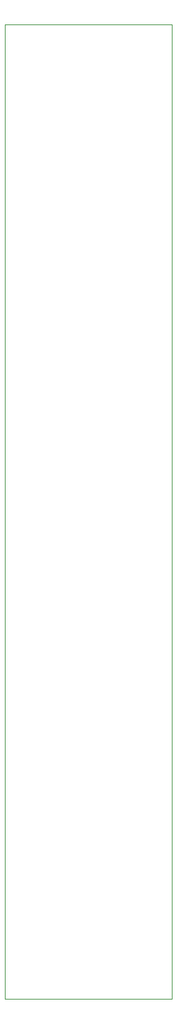
<source format=gbr>
%TF.GenerationSoftware,KiCad,Pcbnew,7.0.2*%
%TF.CreationDate,2023-06-27T14:21:51-04:00*%
%TF.ProjectId,as3340_no_mux,61733333-3430-45f6-9e6f-5f6d75782e6b,rev?*%
%TF.SameCoordinates,Original*%
%TF.FileFunction,Profile,NP*%
%FSLAX46Y46*%
G04 Gerber Fmt 4.6, Leading zero omitted, Abs format (unit mm)*
G04 Created by KiCad (PCBNEW 7.0.2) date 2023-06-27 14:21:51*
%MOMM*%
%LPD*%
G01*
G04 APERTURE LIST*
%TA.AperFunction,Profile*%
%ADD10C,0.100000*%
%TD*%
G04 APERTURE END LIST*
D10*
X177800000Y-30480000D02*
X177800000Y-148590000D01*
X198120000Y-30480000D02*
X198120000Y-148590000D01*
X198120000Y-30480000D02*
X177800000Y-30480000D01*
X198120000Y-148590000D02*
X177800000Y-148590000D01*
M02*

</source>
